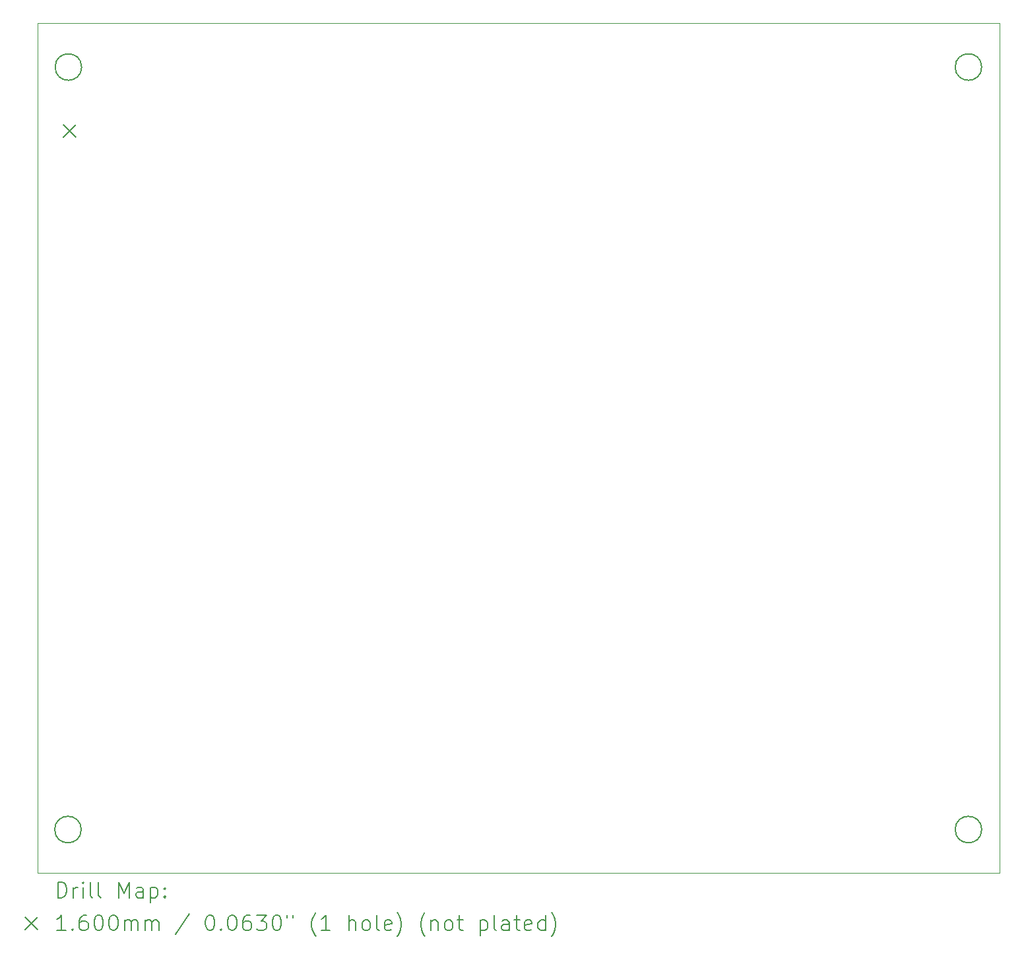
<source format=gbr>
%TF.GenerationSoftware,KiCad,Pcbnew,8.0.5*%
%TF.CreationDate,2024-12-18T14:45:40+08:00*%
%TF.ProjectId,hardware,68617264-7761-4726-952e-6b696361645f,rev?*%
%TF.SameCoordinates,Original*%
%TF.FileFunction,Drillmap*%
%TF.FilePolarity,Positive*%
%FSLAX45Y45*%
G04 Gerber Fmt 4.5, Leading zero omitted, Abs format (unit mm)*
G04 Created by KiCad (PCBNEW 8.0.5) date 2024-12-18 14:45:40*
%MOMM*%
%LPD*%
G01*
G04 APERTURE LIST*
%ADD10C,0.050000*%
%ADD11C,0.200000*%
%ADD12C,0.160000*%
G04 APERTURE END LIST*
D10*
X15793362Y-4348903D02*
X28115000Y-4348903D01*
X28134000Y-15229841D02*
X28134000Y-15260159D01*
X15793362Y-15260318D02*
X15793362Y-4348903D01*
D11*
X16352260Y-14700000D02*
G75*
G02*
X16012260Y-14700000I-170000J0D01*
G01*
X16012260Y-14700000D02*
G75*
G02*
X16352260Y-14700000I170000J0D01*
G01*
X27907260Y-4915000D02*
G75*
G02*
X27567260Y-4915000I-170000J0D01*
G01*
X27567260Y-4915000D02*
G75*
G02*
X27907260Y-4915000I170000J0D01*
G01*
X16357260Y-4915000D02*
G75*
G02*
X16017260Y-4915000I-170000J0D01*
G01*
X16017260Y-4915000D02*
G75*
G02*
X16357260Y-4915000I170000J0D01*
G01*
D10*
X28134000Y-15229841D02*
X28134000Y-4348743D01*
X28134000Y-4348743D02*
X28127260Y-4348743D01*
X28127260Y-4348903D02*
X28115000Y-4348903D01*
D11*
X27907260Y-14700000D02*
G75*
G02*
X27567260Y-14700000I-170000J0D01*
G01*
X27567260Y-14700000D02*
G75*
G02*
X27907260Y-14700000I170000J0D01*
G01*
D10*
X15793362Y-15260318D02*
X28134000Y-15260318D01*
D11*
D12*
X16120000Y-5655000D02*
X16280000Y-5815000D01*
X16280000Y-5655000D02*
X16120000Y-5815000D01*
D11*
X16051639Y-15574302D02*
X16051639Y-15374302D01*
X16051639Y-15374302D02*
X16099258Y-15374302D01*
X16099258Y-15374302D02*
X16127829Y-15383826D01*
X16127829Y-15383826D02*
X16146877Y-15402873D01*
X16146877Y-15402873D02*
X16156401Y-15421921D01*
X16156401Y-15421921D02*
X16165925Y-15460016D01*
X16165925Y-15460016D02*
X16165925Y-15488588D01*
X16165925Y-15488588D02*
X16156401Y-15526683D01*
X16156401Y-15526683D02*
X16146877Y-15545731D01*
X16146877Y-15545731D02*
X16127829Y-15564778D01*
X16127829Y-15564778D02*
X16099258Y-15574302D01*
X16099258Y-15574302D02*
X16051639Y-15574302D01*
X16251639Y-15574302D02*
X16251639Y-15440969D01*
X16251639Y-15479064D02*
X16261163Y-15460016D01*
X16261163Y-15460016D02*
X16270686Y-15450492D01*
X16270686Y-15450492D02*
X16289734Y-15440969D01*
X16289734Y-15440969D02*
X16308782Y-15440969D01*
X16375448Y-15574302D02*
X16375448Y-15440969D01*
X16375448Y-15374302D02*
X16365925Y-15383826D01*
X16365925Y-15383826D02*
X16375448Y-15393350D01*
X16375448Y-15393350D02*
X16384972Y-15383826D01*
X16384972Y-15383826D02*
X16375448Y-15374302D01*
X16375448Y-15374302D02*
X16375448Y-15393350D01*
X16499258Y-15574302D02*
X16480210Y-15564778D01*
X16480210Y-15564778D02*
X16470686Y-15545731D01*
X16470686Y-15545731D02*
X16470686Y-15374302D01*
X16604020Y-15574302D02*
X16584972Y-15564778D01*
X16584972Y-15564778D02*
X16575448Y-15545731D01*
X16575448Y-15545731D02*
X16575448Y-15374302D01*
X16832591Y-15574302D02*
X16832591Y-15374302D01*
X16832591Y-15374302D02*
X16899258Y-15517159D01*
X16899258Y-15517159D02*
X16965925Y-15374302D01*
X16965925Y-15374302D02*
X16965925Y-15574302D01*
X17146877Y-15574302D02*
X17146877Y-15469540D01*
X17146877Y-15469540D02*
X17137353Y-15450492D01*
X17137353Y-15450492D02*
X17118306Y-15440969D01*
X17118306Y-15440969D02*
X17080210Y-15440969D01*
X17080210Y-15440969D02*
X17061163Y-15450492D01*
X17146877Y-15564778D02*
X17127829Y-15574302D01*
X17127829Y-15574302D02*
X17080210Y-15574302D01*
X17080210Y-15574302D02*
X17061163Y-15564778D01*
X17061163Y-15564778D02*
X17051639Y-15545731D01*
X17051639Y-15545731D02*
X17051639Y-15526683D01*
X17051639Y-15526683D02*
X17061163Y-15507635D01*
X17061163Y-15507635D02*
X17080210Y-15498112D01*
X17080210Y-15498112D02*
X17127829Y-15498112D01*
X17127829Y-15498112D02*
X17146877Y-15488588D01*
X17242115Y-15440969D02*
X17242115Y-15640969D01*
X17242115Y-15450492D02*
X17261163Y-15440969D01*
X17261163Y-15440969D02*
X17299258Y-15440969D01*
X17299258Y-15440969D02*
X17318306Y-15450492D01*
X17318306Y-15450492D02*
X17327829Y-15460016D01*
X17327829Y-15460016D02*
X17337353Y-15479064D01*
X17337353Y-15479064D02*
X17337353Y-15536207D01*
X17337353Y-15536207D02*
X17327829Y-15555254D01*
X17327829Y-15555254D02*
X17318306Y-15564778D01*
X17318306Y-15564778D02*
X17299258Y-15574302D01*
X17299258Y-15574302D02*
X17261163Y-15574302D01*
X17261163Y-15574302D02*
X17242115Y-15564778D01*
X17423068Y-15555254D02*
X17432591Y-15564778D01*
X17432591Y-15564778D02*
X17423068Y-15574302D01*
X17423068Y-15574302D02*
X17413544Y-15564778D01*
X17413544Y-15564778D02*
X17423068Y-15555254D01*
X17423068Y-15555254D02*
X17423068Y-15574302D01*
X17423068Y-15450492D02*
X17432591Y-15460016D01*
X17432591Y-15460016D02*
X17423068Y-15469540D01*
X17423068Y-15469540D02*
X17413544Y-15460016D01*
X17413544Y-15460016D02*
X17423068Y-15450492D01*
X17423068Y-15450492D02*
X17423068Y-15469540D01*
D12*
X15630862Y-15822818D02*
X15790862Y-15982818D01*
X15790862Y-15822818D02*
X15630862Y-15982818D01*
D11*
X16156401Y-15994302D02*
X16042115Y-15994302D01*
X16099258Y-15994302D02*
X16099258Y-15794302D01*
X16099258Y-15794302D02*
X16080210Y-15822873D01*
X16080210Y-15822873D02*
X16061163Y-15841921D01*
X16061163Y-15841921D02*
X16042115Y-15851445D01*
X16242115Y-15975254D02*
X16251639Y-15984778D01*
X16251639Y-15984778D02*
X16242115Y-15994302D01*
X16242115Y-15994302D02*
X16232591Y-15984778D01*
X16232591Y-15984778D02*
X16242115Y-15975254D01*
X16242115Y-15975254D02*
X16242115Y-15994302D01*
X16423067Y-15794302D02*
X16384972Y-15794302D01*
X16384972Y-15794302D02*
X16365925Y-15803826D01*
X16365925Y-15803826D02*
X16356401Y-15813350D01*
X16356401Y-15813350D02*
X16337353Y-15841921D01*
X16337353Y-15841921D02*
X16327829Y-15880016D01*
X16327829Y-15880016D02*
X16327829Y-15956207D01*
X16327829Y-15956207D02*
X16337353Y-15975254D01*
X16337353Y-15975254D02*
X16346877Y-15984778D01*
X16346877Y-15984778D02*
X16365925Y-15994302D01*
X16365925Y-15994302D02*
X16404020Y-15994302D01*
X16404020Y-15994302D02*
X16423067Y-15984778D01*
X16423067Y-15984778D02*
X16432591Y-15975254D01*
X16432591Y-15975254D02*
X16442115Y-15956207D01*
X16442115Y-15956207D02*
X16442115Y-15908588D01*
X16442115Y-15908588D02*
X16432591Y-15889540D01*
X16432591Y-15889540D02*
X16423067Y-15880016D01*
X16423067Y-15880016D02*
X16404020Y-15870492D01*
X16404020Y-15870492D02*
X16365925Y-15870492D01*
X16365925Y-15870492D02*
X16346877Y-15880016D01*
X16346877Y-15880016D02*
X16337353Y-15889540D01*
X16337353Y-15889540D02*
X16327829Y-15908588D01*
X16565925Y-15794302D02*
X16584972Y-15794302D01*
X16584972Y-15794302D02*
X16604020Y-15803826D01*
X16604020Y-15803826D02*
X16613544Y-15813350D01*
X16613544Y-15813350D02*
X16623067Y-15832397D01*
X16623067Y-15832397D02*
X16632591Y-15870492D01*
X16632591Y-15870492D02*
X16632591Y-15918112D01*
X16632591Y-15918112D02*
X16623067Y-15956207D01*
X16623067Y-15956207D02*
X16613544Y-15975254D01*
X16613544Y-15975254D02*
X16604020Y-15984778D01*
X16604020Y-15984778D02*
X16584972Y-15994302D01*
X16584972Y-15994302D02*
X16565925Y-15994302D01*
X16565925Y-15994302D02*
X16546877Y-15984778D01*
X16546877Y-15984778D02*
X16537353Y-15975254D01*
X16537353Y-15975254D02*
X16527829Y-15956207D01*
X16527829Y-15956207D02*
X16518306Y-15918112D01*
X16518306Y-15918112D02*
X16518306Y-15870492D01*
X16518306Y-15870492D02*
X16527829Y-15832397D01*
X16527829Y-15832397D02*
X16537353Y-15813350D01*
X16537353Y-15813350D02*
X16546877Y-15803826D01*
X16546877Y-15803826D02*
X16565925Y-15794302D01*
X16756401Y-15794302D02*
X16775448Y-15794302D01*
X16775448Y-15794302D02*
X16794496Y-15803826D01*
X16794496Y-15803826D02*
X16804020Y-15813350D01*
X16804020Y-15813350D02*
X16813544Y-15832397D01*
X16813544Y-15832397D02*
X16823068Y-15870492D01*
X16823068Y-15870492D02*
X16823068Y-15918112D01*
X16823068Y-15918112D02*
X16813544Y-15956207D01*
X16813544Y-15956207D02*
X16804020Y-15975254D01*
X16804020Y-15975254D02*
X16794496Y-15984778D01*
X16794496Y-15984778D02*
X16775448Y-15994302D01*
X16775448Y-15994302D02*
X16756401Y-15994302D01*
X16756401Y-15994302D02*
X16737353Y-15984778D01*
X16737353Y-15984778D02*
X16727829Y-15975254D01*
X16727829Y-15975254D02*
X16718306Y-15956207D01*
X16718306Y-15956207D02*
X16708782Y-15918112D01*
X16708782Y-15918112D02*
X16708782Y-15870492D01*
X16708782Y-15870492D02*
X16718306Y-15832397D01*
X16718306Y-15832397D02*
X16727829Y-15813350D01*
X16727829Y-15813350D02*
X16737353Y-15803826D01*
X16737353Y-15803826D02*
X16756401Y-15794302D01*
X16908782Y-15994302D02*
X16908782Y-15860969D01*
X16908782Y-15880016D02*
X16918306Y-15870492D01*
X16918306Y-15870492D02*
X16937353Y-15860969D01*
X16937353Y-15860969D02*
X16965925Y-15860969D01*
X16965925Y-15860969D02*
X16984972Y-15870492D01*
X16984972Y-15870492D02*
X16994496Y-15889540D01*
X16994496Y-15889540D02*
X16994496Y-15994302D01*
X16994496Y-15889540D02*
X17004020Y-15870492D01*
X17004020Y-15870492D02*
X17023068Y-15860969D01*
X17023068Y-15860969D02*
X17051639Y-15860969D01*
X17051639Y-15860969D02*
X17070687Y-15870492D01*
X17070687Y-15870492D02*
X17080210Y-15889540D01*
X17080210Y-15889540D02*
X17080210Y-15994302D01*
X17175449Y-15994302D02*
X17175449Y-15860969D01*
X17175449Y-15880016D02*
X17184972Y-15870492D01*
X17184972Y-15870492D02*
X17204020Y-15860969D01*
X17204020Y-15860969D02*
X17232591Y-15860969D01*
X17232591Y-15860969D02*
X17251639Y-15870492D01*
X17251639Y-15870492D02*
X17261163Y-15889540D01*
X17261163Y-15889540D02*
X17261163Y-15994302D01*
X17261163Y-15889540D02*
X17270687Y-15870492D01*
X17270687Y-15870492D02*
X17289734Y-15860969D01*
X17289734Y-15860969D02*
X17318306Y-15860969D01*
X17318306Y-15860969D02*
X17337353Y-15870492D01*
X17337353Y-15870492D02*
X17346877Y-15889540D01*
X17346877Y-15889540D02*
X17346877Y-15994302D01*
X17737353Y-15784778D02*
X17565925Y-16041921D01*
X17994496Y-15794302D02*
X18013544Y-15794302D01*
X18013544Y-15794302D02*
X18032592Y-15803826D01*
X18032592Y-15803826D02*
X18042115Y-15813350D01*
X18042115Y-15813350D02*
X18051639Y-15832397D01*
X18051639Y-15832397D02*
X18061163Y-15870492D01*
X18061163Y-15870492D02*
X18061163Y-15918112D01*
X18061163Y-15918112D02*
X18051639Y-15956207D01*
X18051639Y-15956207D02*
X18042115Y-15975254D01*
X18042115Y-15975254D02*
X18032592Y-15984778D01*
X18032592Y-15984778D02*
X18013544Y-15994302D01*
X18013544Y-15994302D02*
X17994496Y-15994302D01*
X17994496Y-15994302D02*
X17975449Y-15984778D01*
X17975449Y-15984778D02*
X17965925Y-15975254D01*
X17965925Y-15975254D02*
X17956401Y-15956207D01*
X17956401Y-15956207D02*
X17946877Y-15918112D01*
X17946877Y-15918112D02*
X17946877Y-15870492D01*
X17946877Y-15870492D02*
X17956401Y-15832397D01*
X17956401Y-15832397D02*
X17965925Y-15813350D01*
X17965925Y-15813350D02*
X17975449Y-15803826D01*
X17975449Y-15803826D02*
X17994496Y-15794302D01*
X18146877Y-15975254D02*
X18156401Y-15984778D01*
X18156401Y-15984778D02*
X18146877Y-15994302D01*
X18146877Y-15994302D02*
X18137353Y-15984778D01*
X18137353Y-15984778D02*
X18146877Y-15975254D01*
X18146877Y-15975254D02*
X18146877Y-15994302D01*
X18280211Y-15794302D02*
X18299258Y-15794302D01*
X18299258Y-15794302D02*
X18318306Y-15803826D01*
X18318306Y-15803826D02*
X18327830Y-15813350D01*
X18327830Y-15813350D02*
X18337353Y-15832397D01*
X18337353Y-15832397D02*
X18346877Y-15870492D01*
X18346877Y-15870492D02*
X18346877Y-15918112D01*
X18346877Y-15918112D02*
X18337353Y-15956207D01*
X18337353Y-15956207D02*
X18327830Y-15975254D01*
X18327830Y-15975254D02*
X18318306Y-15984778D01*
X18318306Y-15984778D02*
X18299258Y-15994302D01*
X18299258Y-15994302D02*
X18280211Y-15994302D01*
X18280211Y-15994302D02*
X18261163Y-15984778D01*
X18261163Y-15984778D02*
X18251639Y-15975254D01*
X18251639Y-15975254D02*
X18242115Y-15956207D01*
X18242115Y-15956207D02*
X18232592Y-15918112D01*
X18232592Y-15918112D02*
X18232592Y-15870492D01*
X18232592Y-15870492D02*
X18242115Y-15832397D01*
X18242115Y-15832397D02*
X18251639Y-15813350D01*
X18251639Y-15813350D02*
X18261163Y-15803826D01*
X18261163Y-15803826D02*
X18280211Y-15794302D01*
X18518306Y-15794302D02*
X18480211Y-15794302D01*
X18480211Y-15794302D02*
X18461163Y-15803826D01*
X18461163Y-15803826D02*
X18451639Y-15813350D01*
X18451639Y-15813350D02*
X18432592Y-15841921D01*
X18432592Y-15841921D02*
X18423068Y-15880016D01*
X18423068Y-15880016D02*
X18423068Y-15956207D01*
X18423068Y-15956207D02*
X18432592Y-15975254D01*
X18432592Y-15975254D02*
X18442115Y-15984778D01*
X18442115Y-15984778D02*
X18461163Y-15994302D01*
X18461163Y-15994302D02*
X18499258Y-15994302D01*
X18499258Y-15994302D02*
X18518306Y-15984778D01*
X18518306Y-15984778D02*
X18527830Y-15975254D01*
X18527830Y-15975254D02*
X18537353Y-15956207D01*
X18537353Y-15956207D02*
X18537353Y-15908588D01*
X18537353Y-15908588D02*
X18527830Y-15889540D01*
X18527830Y-15889540D02*
X18518306Y-15880016D01*
X18518306Y-15880016D02*
X18499258Y-15870492D01*
X18499258Y-15870492D02*
X18461163Y-15870492D01*
X18461163Y-15870492D02*
X18442115Y-15880016D01*
X18442115Y-15880016D02*
X18432592Y-15889540D01*
X18432592Y-15889540D02*
X18423068Y-15908588D01*
X18604020Y-15794302D02*
X18727830Y-15794302D01*
X18727830Y-15794302D02*
X18661163Y-15870492D01*
X18661163Y-15870492D02*
X18689734Y-15870492D01*
X18689734Y-15870492D02*
X18708782Y-15880016D01*
X18708782Y-15880016D02*
X18718306Y-15889540D01*
X18718306Y-15889540D02*
X18727830Y-15908588D01*
X18727830Y-15908588D02*
X18727830Y-15956207D01*
X18727830Y-15956207D02*
X18718306Y-15975254D01*
X18718306Y-15975254D02*
X18708782Y-15984778D01*
X18708782Y-15984778D02*
X18689734Y-15994302D01*
X18689734Y-15994302D02*
X18632592Y-15994302D01*
X18632592Y-15994302D02*
X18613544Y-15984778D01*
X18613544Y-15984778D02*
X18604020Y-15975254D01*
X18851639Y-15794302D02*
X18870687Y-15794302D01*
X18870687Y-15794302D02*
X18889734Y-15803826D01*
X18889734Y-15803826D02*
X18899258Y-15813350D01*
X18899258Y-15813350D02*
X18908782Y-15832397D01*
X18908782Y-15832397D02*
X18918306Y-15870492D01*
X18918306Y-15870492D02*
X18918306Y-15918112D01*
X18918306Y-15918112D02*
X18908782Y-15956207D01*
X18908782Y-15956207D02*
X18899258Y-15975254D01*
X18899258Y-15975254D02*
X18889734Y-15984778D01*
X18889734Y-15984778D02*
X18870687Y-15994302D01*
X18870687Y-15994302D02*
X18851639Y-15994302D01*
X18851639Y-15994302D02*
X18832592Y-15984778D01*
X18832592Y-15984778D02*
X18823068Y-15975254D01*
X18823068Y-15975254D02*
X18813544Y-15956207D01*
X18813544Y-15956207D02*
X18804020Y-15918112D01*
X18804020Y-15918112D02*
X18804020Y-15870492D01*
X18804020Y-15870492D02*
X18813544Y-15832397D01*
X18813544Y-15832397D02*
X18823068Y-15813350D01*
X18823068Y-15813350D02*
X18832592Y-15803826D01*
X18832592Y-15803826D02*
X18851639Y-15794302D01*
X18994496Y-15794302D02*
X18994496Y-15832397D01*
X19070687Y-15794302D02*
X19070687Y-15832397D01*
X19365925Y-16070492D02*
X19356401Y-16060969D01*
X19356401Y-16060969D02*
X19337354Y-16032397D01*
X19337354Y-16032397D02*
X19327830Y-16013350D01*
X19327830Y-16013350D02*
X19318306Y-15984778D01*
X19318306Y-15984778D02*
X19308782Y-15937159D01*
X19308782Y-15937159D02*
X19308782Y-15899064D01*
X19308782Y-15899064D02*
X19318306Y-15851445D01*
X19318306Y-15851445D02*
X19327830Y-15822873D01*
X19327830Y-15822873D02*
X19337354Y-15803826D01*
X19337354Y-15803826D02*
X19356401Y-15775254D01*
X19356401Y-15775254D02*
X19365925Y-15765731D01*
X19546877Y-15994302D02*
X19432592Y-15994302D01*
X19489734Y-15994302D02*
X19489734Y-15794302D01*
X19489734Y-15794302D02*
X19470687Y-15822873D01*
X19470687Y-15822873D02*
X19451639Y-15841921D01*
X19451639Y-15841921D02*
X19432592Y-15851445D01*
X19784973Y-15994302D02*
X19784973Y-15794302D01*
X19870687Y-15994302D02*
X19870687Y-15889540D01*
X19870687Y-15889540D02*
X19861163Y-15870492D01*
X19861163Y-15870492D02*
X19842116Y-15860969D01*
X19842116Y-15860969D02*
X19813544Y-15860969D01*
X19813544Y-15860969D02*
X19794496Y-15870492D01*
X19794496Y-15870492D02*
X19784973Y-15880016D01*
X19994496Y-15994302D02*
X19975449Y-15984778D01*
X19975449Y-15984778D02*
X19965925Y-15975254D01*
X19965925Y-15975254D02*
X19956401Y-15956207D01*
X19956401Y-15956207D02*
X19956401Y-15899064D01*
X19956401Y-15899064D02*
X19965925Y-15880016D01*
X19965925Y-15880016D02*
X19975449Y-15870492D01*
X19975449Y-15870492D02*
X19994496Y-15860969D01*
X19994496Y-15860969D02*
X20023068Y-15860969D01*
X20023068Y-15860969D02*
X20042116Y-15870492D01*
X20042116Y-15870492D02*
X20051639Y-15880016D01*
X20051639Y-15880016D02*
X20061163Y-15899064D01*
X20061163Y-15899064D02*
X20061163Y-15956207D01*
X20061163Y-15956207D02*
X20051639Y-15975254D01*
X20051639Y-15975254D02*
X20042116Y-15984778D01*
X20042116Y-15984778D02*
X20023068Y-15994302D01*
X20023068Y-15994302D02*
X19994496Y-15994302D01*
X20175449Y-15994302D02*
X20156401Y-15984778D01*
X20156401Y-15984778D02*
X20146877Y-15965731D01*
X20146877Y-15965731D02*
X20146877Y-15794302D01*
X20327830Y-15984778D02*
X20308782Y-15994302D01*
X20308782Y-15994302D02*
X20270687Y-15994302D01*
X20270687Y-15994302D02*
X20251639Y-15984778D01*
X20251639Y-15984778D02*
X20242116Y-15965731D01*
X20242116Y-15965731D02*
X20242116Y-15889540D01*
X20242116Y-15889540D02*
X20251639Y-15870492D01*
X20251639Y-15870492D02*
X20270687Y-15860969D01*
X20270687Y-15860969D02*
X20308782Y-15860969D01*
X20308782Y-15860969D02*
X20327830Y-15870492D01*
X20327830Y-15870492D02*
X20337354Y-15889540D01*
X20337354Y-15889540D02*
X20337354Y-15908588D01*
X20337354Y-15908588D02*
X20242116Y-15927635D01*
X20404020Y-16070492D02*
X20413544Y-16060969D01*
X20413544Y-16060969D02*
X20432592Y-16032397D01*
X20432592Y-16032397D02*
X20442116Y-16013350D01*
X20442116Y-16013350D02*
X20451639Y-15984778D01*
X20451639Y-15984778D02*
X20461163Y-15937159D01*
X20461163Y-15937159D02*
X20461163Y-15899064D01*
X20461163Y-15899064D02*
X20451639Y-15851445D01*
X20451639Y-15851445D02*
X20442116Y-15822873D01*
X20442116Y-15822873D02*
X20432592Y-15803826D01*
X20432592Y-15803826D02*
X20413544Y-15775254D01*
X20413544Y-15775254D02*
X20404020Y-15765731D01*
X20765925Y-16070492D02*
X20756401Y-16060969D01*
X20756401Y-16060969D02*
X20737354Y-16032397D01*
X20737354Y-16032397D02*
X20727830Y-16013350D01*
X20727830Y-16013350D02*
X20718306Y-15984778D01*
X20718306Y-15984778D02*
X20708782Y-15937159D01*
X20708782Y-15937159D02*
X20708782Y-15899064D01*
X20708782Y-15899064D02*
X20718306Y-15851445D01*
X20718306Y-15851445D02*
X20727830Y-15822873D01*
X20727830Y-15822873D02*
X20737354Y-15803826D01*
X20737354Y-15803826D02*
X20756401Y-15775254D01*
X20756401Y-15775254D02*
X20765925Y-15765731D01*
X20842116Y-15860969D02*
X20842116Y-15994302D01*
X20842116Y-15880016D02*
X20851639Y-15870492D01*
X20851639Y-15870492D02*
X20870687Y-15860969D01*
X20870687Y-15860969D02*
X20899258Y-15860969D01*
X20899258Y-15860969D02*
X20918306Y-15870492D01*
X20918306Y-15870492D02*
X20927830Y-15889540D01*
X20927830Y-15889540D02*
X20927830Y-15994302D01*
X21051639Y-15994302D02*
X21032592Y-15984778D01*
X21032592Y-15984778D02*
X21023068Y-15975254D01*
X21023068Y-15975254D02*
X21013544Y-15956207D01*
X21013544Y-15956207D02*
X21013544Y-15899064D01*
X21013544Y-15899064D02*
X21023068Y-15880016D01*
X21023068Y-15880016D02*
X21032592Y-15870492D01*
X21032592Y-15870492D02*
X21051639Y-15860969D01*
X21051639Y-15860969D02*
X21080211Y-15860969D01*
X21080211Y-15860969D02*
X21099258Y-15870492D01*
X21099258Y-15870492D02*
X21108782Y-15880016D01*
X21108782Y-15880016D02*
X21118306Y-15899064D01*
X21118306Y-15899064D02*
X21118306Y-15956207D01*
X21118306Y-15956207D02*
X21108782Y-15975254D01*
X21108782Y-15975254D02*
X21099258Y-15984778D01*
X21099258Y-15984778D02*
X21080211Y-15994302D01*
X21080211Y-15994302D02*
X21051639Y-15994302D01*
X21175449Y-15860969D02*
X21251639Y-15860969D01*
X21204020Y-15794302D02*
X21204020Y-15965731D01*
X21204020Y-15965731D02*
X21213544Y-15984778D01*
X21213544Y-15984778D02*
X21232592Y-15994302D01*
X21232592Y-15994302D02*
X21251639Y-15994302D01*
X21470687Y-15860969D02*
X21470687Y-16060969D01*
X21470687Y-15870492D02*
X21489735Y-15860969D01*
X21489735Y-15860969D02*
X21527830Y-15860969D01*
X21527830Y-15860969D02*
X21546878Y-15870492D01*
X21546878Y-15870492D02*
X21556401Y-15880016D01*
X21556401Y-15880016D02*
X21565925Y-15899064D01*
X21565925Y-15899064D02*
X21565925Y-15956207D01*
X21565925Y-15956207D02*
X21556401Y-15975254D01*
X21556401Y-15975254D02*
X21546878Y-15984778D01*
X21546878Y-15984778D02*
X21527830Y-15994302D01*
X21527830Y-15994302D02*
X21489735Y-15994302D01*
X21489735Y-15994302D02*
X21470687Y-15984778D01*
X21680211Y-15994302D02*
X21661163Y-15984778D01*
X21661163Y-15984778D02*
X21651639Y-15965731D01*
X21651639Y-15965731D02*
X21651639Y-15794302D01*
X21842116Y-15994302D02*
X21842116Y-15889540D01*
X21842116Y-15889540D02*
X21832592Y-15870492D01*
X21832592Y-15870492D02*
X21813544Y-15860969D01*
X21813544Y-15860969D02*
X21775449Y-15860969D01*
X21775449Y-15860969D02*
X21756401Y-15870492D01*
X21842116Y-15984778D02*
X21823068Y-15994302D01*
X21823068Y-15994302D02*
X21775449Y-15994302D01*
X21775449Y-15994302D02*
X21756401Y-15984778D01*
X21756401Y-15984778D02*
X21746878Y-15965731D01*
X21746878Y-15965731D02*
X21746878Y-15946683D01*
X21746878Y-15946683D02*
X21756401Y-15927635D01*
X21756401Y-15927635D02*
X21775449Y-15918112D01*
X21775449Y-15918112D02*
X21823068Y-15918112D01*
X21823068Y-15918112D02*
X21842116Y-15908588D01*
X21908782Y-15860969D02*
X21984973Y-15860969D01*
X21937354Y-15794302D02*
X21937354Y-15965731D01*
X21937354Y-15965731D02*
X21946878Y-15984778D01*
X21946878Y-15984778D02*
X21965925Y-15994302D01*
X21965925Y-15994302D02*
X21984973Y-15994302D01*
X22127830Y-15984778D02*
X22108782Y-15994302D01*
X22108782Y-15994302D02*
X22070687Y-15994302D01*
X22070687Y-15994302D02*
X22051639Y-15984778D01*
X22051639Y-15984778D02*
X22042116Y-15965731D01*
X22042116Y-15965731D02*
X22042116Y-15889540D01*
X22042116Y-15889540D02*
X22051639Y-15870492D01*
X22051639Y-15870492D02*
X22070687Y-15860969D01*
X22070687Y-15860969D02*
X22108782Y-15860969D01*
X22108782Y-15860969D02*
X22127830Y-15870492D01*
X22127830Y-15870492D02*
X22137354Y-15889540D01*
X22137354Y-15889540D02*
X22137354Y-15908588D01*
X22137354Y-15908588D02*
X22042116Y-15927635D01*
X22308782Y-15994302D02*
X22308782Y-15794302D01*
X22308782Y-15984778D02*
X22289735Y-15994302D01*
X22289735Y-15994302D02*
X22251639Y-15994302D01*
X22251639Y-15994302D02*
X22232592Y-15984778D01*
X22232592Y-15984778D02*
X22223068Y-15975254D01*
X22223068Y-15975254D02*
X22213544Y-15956207D01*
X22213544Y-15956207D02*
X22213544Y-15899064D01*
X22213544Y-15899064D02*
X22223068Y-15880016D01*
X22223068Y-15880016D02*
X22232592Y-15870492D01*
X22232592Y-15870492D02*
X22251639Y-15860969D01*
X22251639Y-15860969D02*
X22289735Y-15860969D01*
X22289735Y-15860969D02*
X22308782Y-15870492D01*
X22384973Y-16070492D02*
X22394497Y-16060969D01*
X22394497Y-16060969D02*
X22413544Y-16032397D01*
X22413544Y-16032397D02*
X22423068Y-16013350D01*
X22423068Y-16013350D02*
X22432592Y-15984778D01*
X22432592Y-15984778D02*
X22442116Y-15937159D01*
X22442116Y-15937159D02*
X22442116Y-15899064D01*
X22442116Y-15899064D02*
X22432592Y-15851445D01*
X22432592Y-15851445D02*
X22423068Y-15822873D01*
X22423068Y-15822873D02*
X22413544Y-15803826D01*
X22413544Y-15803826D02*
X22394497Y-15775254D01*
X22394497Y-15775254D02*
X22384973Y-15765731D01*
M02*

</source>
